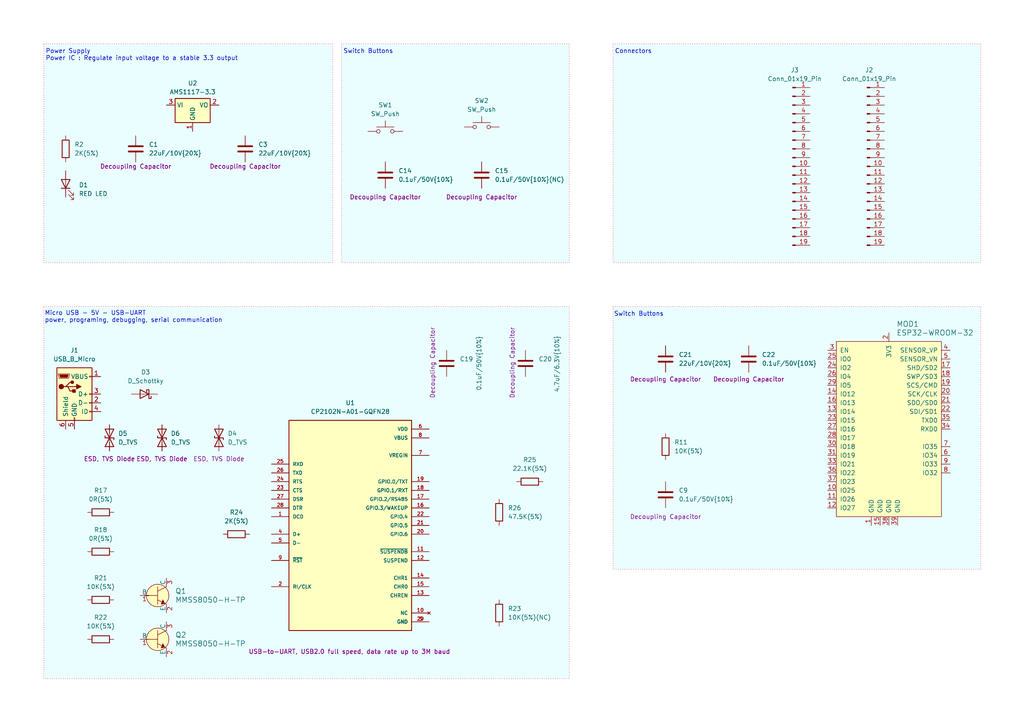
<source format=kicad_sch>
(kicad_sch (version 20231120) (generator "eeschema") (generator_version "8.0")
  (paper "A4")
  (title_block (title "ESP32 Dev Borad") (date "2024-02-29") (rev "1"))
  (lib_symbols
    (symbol "CP2102N-A01-GQFN28:CP2102N-A01-GQFN28" (pin_names (offset 1.016))
      (property "Reference" "U" (at -17.8368 31.0839 0))
      (property "Value" "CP2102N-A01-GQFN28" (at -17.8088 -31.041 0))
      (symbol "CP2102N-A01-GQFN28_0_0"
        (rectangle (start -17.78 -30.48) (end 17.78 30.48) (stroke (width 0.254)) (fill (type background)))
        (pin input line (at -22.86 2.54 0) (length 5.08) (name "DCD") (number "1"))
        (pin no_connect line (at 22.86 -25.4 180) (length 5.08) (name "NC") (number "10"))
        (pin output line (at 22.86 -7.62 180) (length 5.08) (name "~{SUSPENDB}") (number "11"))
        (pin output line (at 22.86 -10.16 180) (length 5.08) (name "SUSPEND") (number "12"))
        (pin output line (at 22.86 -20.32 180) (length 5.08) (name "CHREN") (number "13"))
        (pin output line (at 22.86 -15.24 180) (length 5.08) (name "CHR1") (number "14"))
        (pin output line (at 22.86 -17.78 180) (length 5.08) (name "CHR0") (number "15"))
        (pin bidirectional line (at 22.86 5.08 180) (length 5.08) (name "GPIO.3/WAKEUP") (number "16"))
        (pin bidirectional line (at 22.86 7.62 180) (length 5.08) (name "GPIO.2/RS485") (number "17"))
        (pin bidirectional line (at 22.86 10.16 180) (length 5.08) (name "GPIO.1/RXT") (number "18"))
        (pin bidirectional line (at 22.86 12.7 180) (length 5.08) (name "GPIO.0/TXT") (number "19"))
        (pin bidirectional line (at -22.86 -17.78 0) (length 5.08) (name "RI/CLK") (number "2"))
        (pin bidirectional line (at 22.86 -2.54 180) (length 5.08) (name "GPIO.6") (number "20"))
        (pin bidirectional line (at 22.86 0 180) (length 5.08) (name "GPIO.5") (number "21"))
        (pin bidirectional line (at 22.86 2.54 180) (length 5.08) (name "GPIO.4") (number "22"))
        (pin input line (at -22.86 10.16 0) (length 5.08) (name "CTS") (number "23"))
        (pin output line (at -22.86 12.7 0) (length 5.08) (name "RTS") (number "24"))
        (pin input line (at -22.86 17.78 0) (length 5.08) (name "RXD") (number "25"))
        (pin output line (at -22.86 15.24 0) (length 5.08) (name "TXD") (number "26"))
        (pin input line (at -22.86 7.62 0) (length 5.08) (name "DSR") (number "27"))
        (pin output line (at -22.86 5.08 0) (length 5.08) (name "DTR") (number "28"))
        (pin power_in line (at 22.86 -27.94 180) (length 5.08) (name "GND") (number "29"))
        (pin power_in line (at 22.86 -27.94 180) (length 5.08) (name "GND") (number "3"))
        (pin bidirectional line (at -22.86 -2.54 0) (length 5.08) (name "D+") (number "4"))
        (pin bidirectional line (at -22.86 -5.08 0) (length 5.08) (name "D-") (number "5"))
        (pin power_in line (at 22.86 27.94 180) (length 5.08) (name "VDD") (number "6"))
        (pin power_in line (at 22.86 20.32 180) (length 5.08) (name "VREGIN") (number "7"))
        (pin power_in line (at 22.86 25.4 180) (length 5.08) (name "VBUS") (number "8"))
        (pin input line (at -22.86 -10.16 0) (length 5.08) (name "~{RST}") (number "9"))
      )
    )
    (symbol "Connector:Conn_01x19_Pin" (pin_names (offset 1.016) hide)
      (property "Reference" "J" (at 0 25.4 0))
      (property "Value" "Conn_01x19_Pin" (at 0 -25.4 0))
      (symbol "Conn_01x19_Pin_1_1"
        (polyline (pts (xy 1.27 -22.86) (xy 0.8636 -22.86)) (stroke (width 0.1524)))
        (polyline (pts (xy 1.27 -20.32) (xy 0.8636 -20.32)) (stroke (width 0.1524)))
        (polyline (pts (xy 1.27 -17.78) (xy 0.8636 -17.78)) (stroke (width 0.1524)))
        (polyline (pts (xy 1.27 -15.24) (xy 0.8636 -15.24)) (stroke (width 0.1524)))
        (polyline (pts (xy 1.27 -12.7) (xy 0.8636 -12.7)) (stroke (width 0.1524)))
        (polyline (pts (xy 1.27 -10.16) (xy 0.8636 -10.16)) (stroke (width 0.1524)))
        (polyline (pts (xy 1.27 -7.62) (xy 0.8636 -7.62)) (stroke (width 0.1524)))
        (polyline (pts (xy 1.27 -5.08) (xy 0.8636 -5.08)) (stroke (width 0.1524)))
        (polyline (pts (xy 1.27 -2.54) (xy 0.8636 -2.54)) (stroke (width 0.1524)))
        (polyline (pts (xy 1.27 0) (xy 0.8636 0)) (stroke (width 0.1524)))
        (polyline (pts (xy 1.27 2.54) (xy 0.8636 2.54)) (stroke (width 0.1524)))
        (polyline (pts (xy 1.27 5.08) (xy 0.8636 5.08)) (stroke (width 0.1524)))
        (polyline (pts (xy 1.27 7.62) (xy 0.8636 7.62)) (stroke (width 0.1524)))
        (polyline (pts (xy 1.27 10.16) (xy 0.8636 10.16)) (stroke (width 0.1524)))
        (polyline (pts (xy 1.27 12.7) (xy 0.8636 12.7)) (stroke (width 0.1524)))
        (polyline (pts (xy 1.27 15.24) (xy 0.8636 15.24)) (stroke (width 0.1524)))
        (polyline (pts (xy 1.27 17.78) (xy 0.8636 17.78)) (stroke (width 0.1524)))
        (polyline (pts (xy 1.27 20.32) (xy 0.8636 20.32)) (stroke (width 0.1524)))
        (polyline (pts (xy 1.27 22.86) (xy 0.8636 22.86)) (stroke (width 0.1524)))
        (rectangle (start 0.8636 -22.733) (end 0 -22.987) (stroke (width 0.1524)) (fill (type outline)))
        (rectangle (start 0.8636 -20.193) (end 0 -20.447) (stroke (width 0.1524)) (fill (type outline)))
        (rectangle (start 0.8636 -17.653) (end 0 -17.907) (stroke (width 0.1524)) (fill (type outline)))
        (rectangle (start 0.8636 -15.113) (end 0 -15.367) (stroke (width 0.1524)) (fill (type outline)))
        (rectangle (start 0.8636 -12.573) (end 0 -12.827) (stroke (width 0.1524)) (fill (type outline)))
        (rectangle (start 0.8636 -10.033) (end 0 -10.287) (stroke (width 0.1524)) (fill (type outline)))
        (rectangle (start 0.8636 -7.493) (end 0 -7.747) (stroke (width 0.1524)) (fill (type outline)))
        (rectangle (start 0.8636 -4.953) (end 0 -5.207) (stroke (width 0.1524)) (fill (type outline)))
        (rectangle (start 0.8636 -2.413) (end 0 -2.667) (stroke (width 0.1524)) (fill (type outline)))
        (rectangle (start 0.8636 0.127) (end 0 -0.127) (stroke (width 0.1524)) (fill (type outline)))
        (rectangle (start 0.8636 2.667) (end 0 2.413) (stroke (width 0.1524)) (fill (type outline)))
        (rectangle (start 0.8636 5.207) (end 0 4.953) (stroke (width 0.1524)) (fill (type outline)))
        (rectangle (start 0.8636 7.747) (end 0 7.493) (stroke (width 0.1524)) (fill (type outline)))
        (rectangle (start 0.8636 10.287) (end 0 10.033) (stroke (width 0.1524)) (fill (type outline)))
        (rectangle (start 0.8636 12.827) (end 0 12.573) (stroke (width 0.1524)) (fill (type outline)))
        (rectangle (start 0.8636 15.367) (end 0 15.113) (stroke (width 0.1524)) (fill (type outline)))
        (rectangle (start 0.8636 17.907) (end 0 17.653) (stroke (width 0.1524)) (fill (type outline)))
        (rectangle (start 0.8636 20.447) (end 0 20.193) (stroke (width 0.1524)) (fill (type outline)))
        (rectangle (start 0.8636 22.987) (end 0 22.733) (stroke (width 0.1524)) (fill (type outline)))
        (pin passive line (at 5.08 22.86 180) (length 3.81) (name "Pin_1") (number "1"))
        (pin passive line (at 5.08 0 180) (length 3.81) (name "Pin_10") (number "10"))
        (pin passive line (at 5.08 -2.54 180) (length 3.81) (name "Pin_11") (number "11"))
        (pin passive line (at 5.08 -5.08 180) (length 3.81) (name "Pin_12") (number "12"))
        (pin passive line (at 5.08 -7.62 180) (length 3.81) (name "Pin_13") (number "13"))
        (pin passive line (at 5.08 -10.16 180) (length 3.81) (name "Pin_14") (number "14"))
        (pin passive line (at 5.08 -12.7 180) (length 3.81) (name "Pin_15") (number "15"))
        (pin passive line (at 5.08 -15.24 180) (length 3.81) (name "Pin_16") (number "16"))
        (pin passive line (at 5.08 -17.78 180) (length 3.81) (name "Pin_17") (number "17"))
        (pin passive line (at 5.08 -20.32 180) (length 3.81) (name "Pin_18") (number "18"))
        (pin passive line (at 5.08 -22.86 180) (length 3.81) (name "Pin_19") (number "19"))
        (pin passive line (at 5.08 20.32 180) (length 3.81) (name "Pin_2") (number "2"))
        (pin passive line (at 5.08 17.78 180) (length 3.81) (name "Pin_3") (number "3"))
        (pin passive line (at 5.08 15.24 180) (length 3.81) (name "Pin_4") (number "4"))
        (pin passive line (at 5.08 12.7 180) (length 3.81) (name "Pin_5") (number "5"))
        (pin passive line (at 5.08 10.16 180) (length 3.81) (name "Pin_6") (number "6"))
        (pin passive line (at 5.08 7.62 180) (length 3.81) (name "Pin_7") (number "7"))
        (pin passive line (at 5.08 5.08 180) (length 3.81) (name "Pin_8") (number "8"))
        (pin passive line (at 5.08 2.54 180) (length 3.81) (name "Pin_9") (number "9"))
      )
    )
    (symbol "Connector:USB_B_Micro" (pin_names (offset 1.016))
      (property "Reference" "J" (at -5.08 11.43 0))
      (property "Value" "USB_B_Micro" (at -5.08 8.89 0))
      (symbol "USB_B_Micro_0_1"
        (rectangle (start -5.08 -7.62) (end 5.08 7.62) (stroke (width 0.254)) (fill (type background)))
        (circle (center -3.81 2.159) (radius 0.635) (stroke (width 0.254)) (fill (type outline)))
        (circle (center -0.635 3.429) (radius 0.381) (stroke (width 0.254)) (fill (type outline)))
        (rectangle (start -0.127 -7.62) (end 0.127 -6.858))
        (polyline (pts (xy -1.905 2.159) (xy 0.635 2.159)) (stroke (width 0.254)))
        (polyline (pts (xy -3.175 2.159) (xy -2.54 2.159) (xy -1.27 3.429) (xy -0.635 3.429)) (stroke (width 0.254)))
        (polyline (pts (xy -2.54 2.159) (xy -1.905 2.159) (xy -1.27 0.889) (xy 0 0.889)) (stroke (width 0.254)))
        (polyline (pts (xy 0.635 2.794) (xy 0.635 1.524) (xy 1.905 2.159) (xy 0.635 2.794)) (stroke (width 0.254)) (fill (type outline)))
        (polyline (pts (xy -4.318 5.588) (xy -1.778 5.588) (xy -2.032 4.826) (xy -4.064 4.826) (xy -4.318 5.588)) (fill (type outline)))
        (polyline (pts (xy -4.699 5.842) (xy -4.699 5.588) (xy -4.445 4.826) (xy -4.445 4.572) (xy -1.651 4.572) (xy -1.651 4.826) (xy -1.397 5.588) (xy -1.397 5.842) (xy -4.699 5.842)))
        (rectangle (start 0.254 1.27) (end -0.508 0.508) (stroke (width 0.254)) (fill (type outline)))
        (rectangle (start 5.08 -5.207) (end 4.318 -4.953))
        (rectangle (start 5.08 -2.667) (end 4.318 -2.413))
        (rectangle (start 5.08 -0.127) (end 4.318 0.127))
        (rectangle (start 5.08 4.953) (end 4.318 5.207))
      )
      (symbol "USB_B_Micro_1_1"
        (pin power_out line (at 7.62 5.08 180) (length 2.54) (name "VBUS") (number "1"))
        (pin bidirectional line (at 7.62 -2.54 180) (length 2.54) (name "D-") (number "2"))
        (pin bidirectional line (at 7.62 0 180) (length 2.54) (name "D+") (number "3"))
        (pin passive line (at 7.62 -5.08 180) (length 2.54) (name "ID") (number "4"))
        (pin power_out line (at 0 -10.16 90) (length 2.54) (name "GND") (number "5"))
        (pin passive line (at -2.54 -10.16 90) (length 2.54) (name "Shield") (number "6"))
      )
    )
    (symbol "Device:C" (pin_numbers hide) (pin_names (offset 0.254))
      (property "Reference" "C" (at 0.635 2.54 0))
      (property "Value" "C" (at 0.635 -2.54 0))
      (symbol "C_0_1"
        (polyline (pts (xy -2.032 -0.762) (xy 2.032 -0.762)) (stroke (width 0.508)))
        (polyline (pts (xy -2.032 0.762) (xy 2.032 0.762)) (stroke (width 0.508)))
      )
      (symbol "C_1_1"
        (pin passive line (at 0 3.81 270) (length 2.794) (name "~") (number "1"))
        (pin passive line (at 0 -3.81 90) (length 2.794) (name "~") (number "2"))
      )
    )
    (symbol "Device:D_Schottky" (pin_numbers hide) (pin_names (offset 1.016) hide)
      (property "Reference" "D" (at 0 2.54 0))
      (property "Value" "D_Schottky" (at 0 -2.54 0))
      (symbol "D_Schottky_0_1"
        (polyline (pts (xy 1.27 0) (xy -1.27 0)))
        (polyline (pts (xy 1.27 1.27) (xy 1.27 -1.27) (xy -1.27 0) (xy 1.27 1.27)) (stroke (width 0.254)))
        (polyline (pts (xy -1.905 0.635) (xy -1.905 1.27) (xy -1.27 1.27) (xy -1.27 -1.27) (xy -0.635 -1.27) (xy -0.635 -0.635)) (stroke (width 0.254)))
      )
      (symbol "D_Schottky_1_1"
        (pin passive line (at -3.81 0 0) (length 2.54) (name "K") (number "1"))
        (pin passive line (at 3.81 0 180) (length 2.54) (name "A") (number "2"))
      )
    )
    (symbol "Device:D_TVS" (pin_numbers hide) (pin_names (offset 1.016) hide)
      (property "Reference" "D" (at 0 2.54 0))
      (property "Value" "D_TVS" (at 0 -2.54 0))
      (symbol "D_TVS_0_1"
        (polyline (pts (xy 1.27 0) (xy -1.27 0)))
        (polyline (pts (xy 0.508 1.27) (xy 0 1.27) (xy 0 -1.27) (xy -0.508 -1.27)) (stroke (width 0.254)))
        (polyline (pts (xy -2.54 1.27) (xy -2.54 -1.27) (xy 2.54 1.27) (xy 2.54 -1.27) (xy -2.54 1.27)) (stroke (width 0.254)))
      )
      (symbol "D_TVS_1_1"
        (pin passive line (at -3.81 0 0) (length 2.54) (name "A1") (number "1"))
        (pin passive line (at 3.81 0 180) (length 2.54) (name "A2") (number "2"))
      )
    )
    (symbol "Device:LED" (pin_numbers hide) (pin_names (offset 1.016) hide)
      (property "Reference" "D" (at 0 2.54 0))
      (property "Value" "LED" (at 0 -2.54 0))
      (symbol "LED_0_1"
        (polyline (pts (xy -1.27 -1.27) (xy -1.27 1.27)) (stroke (width 0.254)))
        (polyline (pts (xy -1.27 0) (xy 1.27 0)))
        (polyline (pts (xy 1.27 -1.27) (xy 1.27 1.27) (xy -1.27 0) (xy 1.27 -1.27)) (stroke (width 0.254)))
        (polyline (pts (xy -3.048 -0.762) (xy -4.572 -2.286) (xy -3.81 -2.286) (xy -4.572 -2.286) (xy -4.572 -1.524)))
        (polyline (pts (xy -1.778 -0.762) (xy -3.302 -2.286) (xy -2.54 -2.286) (xy -3.302 -2.286) (xy -3.302 -1.524)))
      )
      (symbol "LED_1_1"
        (pin passive line (at -3.81 0 0) (length 2.54) (name "K") (number "1"))
        (pin passive line (at 3.81 0 180) (length 2.54) (name "A") (number "2"))
      )
    )
    (symbol "Device:R" (pin_numbers hide) (pin_names (offset 0))
      (property "Reference" "R" (at 2.032 0 90))
      (property "Value" "R" (at 0 0 90))
      (symbol "R_0_1"
        (rectangle (start -1.016 -2.54) (end 1.016 2.54) (stroke (width 0.254)))
      )
      (symbol "R_1_1"
        (pin passive line (at 0 3.81 270) (length 1.27) (name "~") (number "1"))
        (pin passive line (at 0 -3.81 90) (length 1.27) (name "~") (number "2"))
      )
    )
    (symbol "Regulator_Linear:AMS1117-3.3"
      (property "Reference" "U" (at -3.81 3.175 0))
      (property "Value" "AMS1117-3.3" (at 0 3.175 0))
      (symbol "AMS1117-3.3_0_1"
        (rectangle (start -5.08 -5.08) (end 5.08 1.905) (stroke (width 0.254)) (fill (type background)))
      )
      (symbol "AMS1117-3.3_1_1"
        (pin power_in line (at 0 -7.62 90) (length 2.54) (name "GND") (number "1"))
        (pin power_out line (at 7.62 0 180) (length 2.54) (name "VO") (number "2"))
        (pin power_in line (at -7.62 0 0) (length 2.54) (name "VI") (number "3"))
      )
    )
    (symbol "Switch:SW_Push" (pin_numbers hide) (pin_names (offset 1.016) hide)
      (property "Reference" "SW" (at 1.27 2.54 0))
      (property "Value" "SW_Push" (at 0 -1.524 0))
      (symbol "SW_Push_0_1"
        (circle (center -2.032 0) (radius 0.508))
        (polyline (pts (xy 0 1.27) (xy 0 3.048)))
        (polyline (pts (xy 2.54 1.27) (xy -2.54 1.27)))
        (circle (center 2.032 0) (radius 0.508))
        (pin passive line (at -5.08 0 0) (length 2.54) (name "1") (number "1"))
        (pin passive line (at 5.08 0 180) (length 2.54) (name "2") (number "2"))
      )
    )
    (symbol "dk_RF-Transceiver-Modules:ESP32-WROOM-32" (pin_names (offset 1.016))
      (property "Reference" "MOD" (at -10.16 1.27 0))
      (property "Value" "ESP32-WROOM-32" (at 5.08 -25.4 90))
      (symbol "ESP32-WROOM-32_0_1"
        (rectangle (start -10.16 0) (end 20.32 -50.8) (fill (type background)))
      )
      (symbol "ESP32-WROOM-32_1_1"
        (pin power_in line (at 0 -53.34 90) (length 2.54) (name "GND") (number "1"))
        (pin bidirectional line (at -12.7 -43.18 0) (length 2.54) (name "IO25") (number "10"))
        (pin bidirectional line (at -12.7 -45.72 0) (length 2.54) (name "IO26") (number "11"))
        (pin bidirectional line (at -12.7 -48.26 0) (length 2.54) (name "IO27") (number "12"))
        (pin bidirectional line (at -12.7 -20.32 0) (length 2.54) (name "IO14") (number "13"))
        (pin bidirectional line (at -12.7 -15.24 0) (length 2.54) (name "IO12") (number "14"))
        (pin power_in line (at 2.54 -53.34 90) (length 2.54) (name "GND") (number "15"))
        (pin bidirectional line (at -12.7 -17.78 0) (length 2.54) (name "IO13") (number "16"))
        (pin bidirectional line (at 22.86 -7.62 180) (length 2.54) (name "SHD/SD2") (number "17"))
        (pin bidirectional line (at 22.86 -10.16 180) (length 2.54) (name "SWP/SD3") (number "18"))
        (pin bidirectional line (at 22.86 -12.7 180) (length 2.54) (name "SCS/CMD") (number "19"))
        (pin power_in line (at 5.08 2.54 270) (length 2.54) (name "3V3") (number "2"))
        (pin bidirectional line (at 22.86 -15.24 180) (length 2.54) (name "SCK/CLK") (number "20"))
        (pin bidirectional line (at 22.86 -17.78 180) (length 2.54) (name "SDO/SD0") (number "21"))
        (pin bidirectional line (at 22.86 -20.32 180) (length 2.54) (name "SDI/SD1") (number "22"))
        (pin bidirectional line (at -12.7 -22.86 0) (length 2.54) (name "IO15") (number "23"))
        (pin bidirectional line (at -12.7 -7.62 0) (length 2.54) (name "IO2") (number "24"))
        (pin bidirectional line (at -12.7 -5.08 0) (length 2.54) (name "IO0") (number "25"))
        (pin bidirectional line (at -12.7 -10.16 0) (length 2.54) (name "IO4") (number "26"))
        (pin bidirectional line (at -12.7 -25.4 0) (length 2.54) (name "IO16") (number "27"))
        (pin bidirectional line (at -12.7 -27.94 0) (length 2.54) (name "IO17") (number "28"))
        (pin bidirectional line (at -12.7 -12.7 0) (length 2.54) (name "IO5") (number "29"))
        (pin input line (at -12.7 -2.54 0) (length 2.54) (name "EN") (number "3"))
        (pin bidirectional line (at -12.7 -30.48 0) (length 2.54) (name "IO18") (number "30"))
        (pin bidirectional line (at -12.7 -33.02 0) (length 2.54) (name "IO19") (number "31"))
        (pin no_connect line (at 20.32 -43.18 180) (length 2.54) hide (name "NC") (number "32"))
        (pin bidirectional line (at -12.7 -35.56 0) (length 2.54) (name "IO21") (number "33"))
        (pin bidirectional line (at 22.86 -25.4 180) (length 2.54) (name "RXD0") (number "34"))
        (pin bidirectional line (at 22.86 -22.86 180) (length 2.54) (name "TXD0") (number "35"))
        (pin bidirectional line (at -12.7 -38.1 0) (length 2.54) (name "IO22") (number "36"))
        (pin bidirectional line (at -12.7 -40.64 0) (length 2.54) (name "IO23") (number "37"))
        (pin power_in line (at 5.08 -53.34 90) (length 2.54) (name "GND") (number "38"))
        (pin power_in line (at 7.62 -53.34 90) (length 2.54) (name "GND") (number "39"))
        (pin input line (at 22.86 -2.54 180) (length 2.54) (name "SENSOR_VP") (number "4"))
        (pin input line (at 22.86 -5.08 180) (length 2.54) (name "SENSOR_VN") (number "5"))
        (pin bidirectional line (at 22.86 -33.02 180) (length 2.54) (name "IO34") (number "6"))
        (pin bidirectional line (at 22.86 -30.48 180) (length 2.54) (name "IO35") (number "7"))
        (pin bidirectional line (at 22.86 -38.1 180) (length 2.54) (name "IO32") (number "8"))
        (pin bidirectional line (at 22.86 -35.56 180) (length 2.54) (name "IO33") (number "9"))
      )
    )
    (symbol "dk_Transistors-Bipolar-BJT-Single:MMSS8050-H-TP" (pin_names (offset 0))
      (property "Reference" "Q" (at -3.2004 4.2164 0))
      (property "Value" "MMSS8050-H-TP" (at 5.2324 0 90))
      (symbol "MMSS8050-H-TP_0_1"
        (polyline (pts (xy -3.81 0) (xy -2.54 0)))
        (polyline (pts (xy -3.556 0) (xy 0 0)))
        (polyline (pts (xy 0 -1.27) (xy 2.54 -2.54)))
        (polyline (pts (xy 0 1.27) (xy 2.54 2.54)))
        (polyline (pts (xy 0 2.54) (xy 0 -2.54)))
        (polyline (pts (xy 1.524 -1.27) (xy 2.032 -2.286) (xy 1.016 -2.54) (xy 1.524 -1.27)) (fill (type outline)))
        (circle (center 0 0) (radius 3.2512) (fill (type background)))
      )
      (symbol "MMSS8050-H-TP_1_1"
        (pin input line (at -5.08 0 0) (length 2.54) (name "B") (number "1"))
        (pin passive line (at 2.54 -5.08 90) (length 2.54) (name "E") (number "2"))
        (pin passive line (at 2.54 5.08 270) (length 2.54) (name "C") (number "3"))
      )
    )
  )
  (rectangle (start 12.7 12.7) (end 96.52 76.2) (stroke (width 0) (type dot) (color 255 0 26 1)) (fill (type color) (color 106 244 252 0.14)))
  (rectangle (start 177.8 88.9) (end 284.48 165.1) (stroke (width 0) (type dot) (color 255 0 26 1)) (fill (type color) (color 106 244 252 0.14)))
  (rectangle (start 12.7 88.9) (end 165.1 196.85) (stroke (width 0) (type dot) (color 255 0 26 1)) (fill (type color) (color 106 244 252 0.14)))
  (rectangle (start 177.8 12.7) (end 284.48 76.2) (stroke (width 0) (type dot) (color 255 0 26 1)) (fill (type color) (color 106 244 252 0.14)))
  (rectangle (start 99.06 12.7) (end 165.1 76.2) (stroke (width 0) (type dot) (color 255 0 26 1)) (fill (type color) (color 106 244 252 0.14)))
  (text "Power Supply\nPower IC : Regulate input voltage to a stable 3.3 output" (at 13.208 14.224 0) (effects (font (size 1.27 1.27)) (justify left top)))
  (text "Switch Buttons" (at 99.568 14.224 0) (effects (font (size 1.27 1.27)) (justify left top)))
  (text "Switch Buttons" (at 178.054 90.424 0) (effects (font (size 1.27 1.27)) (justify left top)))
  (text "Micro USB - 5V - USB-UART\npower, programing, debugging, serial communication" (at 12.954 91.948 0) (effects (font (size 1.27 1.27)) (justify left)))
  (text "Connectors" (at 178.308 14.224 0) (effects (font (size 1.27 1.27)) (justify left top)))
  (symbol (lib_id "Device:LED") (at 19.05 53.34 90) (unit 1)
    (property "Reference" "D1" (at 22.86 53.6574 90) (effects (justify right)))
    (property "Value" "RED LED" (at 22.86 56.1974 90) (effects (justify right)))
    (property "Footprint" "LED_SMD:LED_0603_1608Metric" (effects (hide yes)))
    (property "Description" "Light emitting diode : Red" (effects (hide yes)))
  )
  (symbol (lib_id "Device:C") (at 39.37 43.18 0) (unit 1)
    (property "Reference" "C1" (at 43.18 41.9099 0) (effects (justify left)))
    (property "Value" "22uF{slash}10V{20%}" (at 43.18 44.4499 0) (effects (justify left)))
    (property "Footprint" "Capacitor_SMD:C_0201_0603Metric" (effects (hide yes)))
    (property "Description" "Unpolarized capacitor" (effects (hide yes)))
    (property "Purpose" "Decoupling Capacitor" (at 39.37 48.26 0))
  )
  (symbol (lib_id "Device:C") (at 217.17 104.14 0) (unit 1)
    (property "Reference" "C22" (at 220.98 102.8699 0) (effects (justify left)))
    (property "Value" "0.1uF/50V{10%}" (at 220.98 105.4099 0) (effects (justify left)))
    (property "Footprint" "Capacitor_SMD:C_01005_0402Metric" (effects (hide yes)))
    (property "Description" "Unpolarized capacitor" (effects (hide yes)))
    (property "Purpose" "Decoupling Capacitor" (at 217.17 109.982 0))
  )
  (symbol (lib_id "Switch:SW_Push") (at 111.76 38.1 0) (unit 1)
    (property "Reference" "SW1" (at 111.76 30.48 0))
    (property "Value" "SW_Push" (at 111.76 33.02 0))
    (property "Footprint" "Button_Switch_SMD:SW_SPST_TL3305A" (effects (hide yes)))
    (property "Description" "Push button switch, generic, two pins" (effects (hide yes)))
  )
  (symbol (lib_id "Connector:Conn_01x19_Pin") (at 229.87 48.26 0) (unit 1)
    (property "Reference" "J3" (at 230.505 20.32 0))
    (property "Value" "Conn_01x19_Pin" (at 230.505 22.86 0))
    (property "Footprint" "Connector_PinHeader_2.54mm:PinHeader_1x19_P2.54mm_Vertical" (effects (hide yes)))
    (property "Description" "Generic connector, single row, 01x19, script generated" (effects (hide yes)))
  )
  (symbol (lib_id "Device:R") (at 29.21 148.59 90) (unit 1)
    (property "Reference" "R17" (at 29.21 142.24 90))
    (property "Value" "0R(5%)" (at 29.21 144.78 90))
    (property "Footprint" "Resistor_SMD:R_01005_0402Metric" (effects (hide yes)))
    (property "Description" "Resistor (Chip Resistors)" (effects (hide yes)))
  )
  (symbol (lib_id "Device:R") (at 29.21 173.99 90) (unit 1)
    (property "Reference" "R21" (at 29.21 167.64 90))
    (property "Value" "10K(5%)" (at 29.21 170.18 90))
    (property "Footprint" "Resistor_SMD:R_01005_0402Metric" (effects (hide yes)))
    (property "Description" "Resistor" (effects (hide yes)))
  )
  (symbol (lib_id "Device:C") (at 71.12 43.18 0) (unit 1)
    (property "Reference" "C3" (at 74.93 41.9099 0) (effects (justify left)))
    (property "Value" "22uF{slash}10V{20%}" (at 74.93 44.4499 0) (effects (justify left)))
    (property "Footprint" "Capacitor_SMD:C_0201_0603Metric" (effects (hide yes)))
    (property "Description" "Unpolarized capacitor" (effects (hide yes)))
    (property "Purpose" "Decoupling Capacitor" (at 71.12 48.26 0))
  )
  (symbol (lib_id "Device:R") (at 144.78 177.8 0) (unit 1)
    (property "Reference" "R23" (at 147.32 176.5299 0) (effects (justify left)))
    (property "Value" "10K(5%)(NC)" (at 147.32 179.0699 0) (effects (justify left)))
    (property "Footprint" "Resistor_SMD:R_01005_0402Metric" (effects (hide yes)))
    (property "Description" "Resistor" (effects (hide yes)))
  )
  (symbol (lib_id "Device:C") (at 152.4 105.41 0) (unit 1)
    (property "Reference" "C20" (at 156.21 104.1399 0) (effects (justify left)))
    (property "Value" "4.7uF/6.3V{10%}" (at 161.544 113.792 90) (effects (justify left)))
    (property "Footprint" "Capacitor_SMD:C_01005_0402Metric" (effects (hide yes)))
    (property "Description" "Unpolarized capacitor" (effects (hide yes)))
    (property "Purpose" "Decoupling Capacitor" (at 148.59 105.156 90))
  )
  (symbol (lib_id "Device:R") (at 193.04 129.54 0) (unit 1)
    (property "Reference" "R11" (at 195.58 128.2699 0) (effects (justify left)))
    (property "Value" "10K(5%)" (at 195.58 130.8099 0) (effects (justify left)))
    (property "Footprint" "Resistor_SMD:R_01005_0402Metric" (effects (hide yes)))
    (property "Description" "Resistor" (effects (hide yes)))
  )
  (symbol (lib_id "Device:R") (at 29.21 160.02 90) (unit 1)
    (property "Reference" "R18" (at 29.21 153.67 90))
    (property "Value" "0R(5%)" (at 29.21 156.21 90))
    (property "Footprint" "Resistor_SMD:R_01005_0402Metric" (effects (hide yes)))
    (property "Description" "Resistor (Chip Resistors)" (effects (hide yes)))
  )
  (symbol (lib_id "Connector:USB_B_Micro") (at 21.59 114.3 0) (unit 1)
    (property "Reference" "J1" (at 21.59 101.6 0))
    (property "Value" "USB_B_Micro" (at 21.59 104.14 0))
    (property "Footprint" "Connector_USB:USB_Micro-AB_Molex_47590-0001" (effects (hide yes)))
    (property "Description" "USB Micro Type B connector" (effects (hide yes)))
  )
  (symbol (lib_id "Connector:Conn_01x19_Pin") (at 251.46 48.26 0) (unit 1)
    (property "Reference" "J2" (at 252.095 20.32 0))
    (property "Value" "Conn_01x19_Pin" (at 252.095 22.86 0))
    (property "Footprint" "Connector_PinHeader_2.54mm:PinHeader_1x19_P2.54mm_Vertical" (effects (hide yes)))
    (property "Description" "Generic connector, single row, 01x19, script generated" (effects (hide yes)))
  )
  (symbol (lib_id "Device:C") (at 193.04 143.51 0) (unit 1)
    (property "Reference" "C9" (at 196.85 142.2399 0) (effects (justify left)))
    (property "Value" "0.1uF/50V{10%}" (at 196.85 144.7799 0) (effects (justify left)))
    (property "Footprint" "Capacitor_SMD:C_01005_0402Metric" (effects (hide yes)))
    (property "Description" "Unpolarized capacitor" (effects (hide yes)))
    (property "Purpose" "Decoupling Capacitor" (at 193.04 149.86 0))
  )
  (symbol (lib_id "Device:R") (at 68.58 154.94 90) (unit 1)
    (property "Reference" "R24" (at 68.58 148.59 90))
    (property "Value" "2K(5%)" (at 68.58 151.13 90))
    (property "Footprint" "Resistor_SMD:R_01005_0402Metric" (effects (hide yes)))
    (property "Description" "Resistor" (effects (hide yes)))
  )
  (symbol (lib_id "dk_RF-Transceiver-Modules:ESP32-WROOM-32") (at 252.73 99.06 0) (unit 1)
    (property "Reference" "MOD1" (at 260.0041 93.98 0) (effects (font (size 1.524 1.524)) (justify left)))
    (property "Value" "ESP32-WROOM-32" (at 260.0041 96.52 0) (effects (font (size 1.524 1.524)) (justify left)))
    (property "Footprint" "digikey-footprints:ESP32-WROOM-32D" (effects (hide yes)))
    (property "Datasheet" "https://www.espressif.com/sites/default/files/documentation/esp32-wroom-32_datasheet_en.pdf" (effects (hide yes)))
    (property "Description" "SMD MODULE, ESP32-D0WDQ6, 32MBIT" (effects (hide yes)))
    (property "MPN" "ESP32-WROOM-32" (effects (hide yes)))
    (property "Category" "RF/IF and RFID" (effects (hide yes)))
    (property "Family" "RF Transceiver Modules" (effects (hide yes)))
    (property "DK_Datasheet_Link" "https://www.espressif.com/sites/default/files/documentation/esp32-wroom-32_datasheet_en.pdf" (effects (hide yes)))
    (property "DK_Detail_Page" "/product-detail/en/espressif-systems/ESP32-WROOM-32/1904-1010-1-ND/8544305" (effects (hide yes)))
    (property "Manufacturer" "Espressif Systems" (effects (hide yes)))
    (property "Status" "Active" (effects (hide yes)))
  )
  (symbol (lib_id "Device:D_Schottky") (at 41.91 114.3 180) (unit 1)
    (property "Reference" "D3" (at 42.2275 107.95 0))
    (property "Value" "D_Schottky" (at 42.2275 110.49 0))
    (property "Footprint" "Diode_SMD:D_SOD-323" (effects (hide yes)))
    (property "Description" "Schottky diode" (effects (hide yes)))
  )
  (symbol (lib_id "CP2102N-A01-GQFN28:CP2102N-A01-GQFN28") (at 101.6 152.4 0) (unit 1)
    (property "Reference" "U1" (at 101.6 116.84 0))
    (property "Value" "CP2102N-A01-GQFN28" (at 101.6 119.38 0))
    (property "Footprint" "CP2102N-A01-GQFN28:QFN50P500X500X80-29N" (effects (hide yes)))
    (property "MF" "Silicon Labs" (effects (hide yes)))
    (property "MAXIMUM_PACKAGE_HEIGHT" "0.8mm" (effects (hide yes)))
    (property "Package" "QFN-28 Silicon Labs" (effects (hide yes)))
    (property "Price" "None" (effects (hide yes)))
    (property "Check_prices" "https://www.snapeda.com/parts/CP2102N-A01-GQFN28/Silicon+Labs/view-part/?ref=eda" (effects (hide yes)))
    (property "STANDARD" "IPC 7351B" (effects (hide yes)))
    (property "PARTREV" "1.0" (effects (hide yes)))
    (property "SnapEDA_Link" "https://www.snapeda.com/parts/CP2102N-A01-GQFN28/Silicon+Labs/view-part/?ref=snap" (effects (hide yes)))
    (property "MP" "CP2102N-A01-GQFN28" (effects (hide yes)))
    (property "Description_1" "\nUSB Bridge, USB to UART USB 2.0 UART Interface 28-QFN (5x5)\n" (effects (hide yes)))
    (property "Availability" "In Stock" (effects (hide yes)))
    (property "MANUFACTURER" "SILICON LABS" (effects (hide yes)))
    (property "Purpose" "USB-to-UART, USB2.0 full speed, data rate up to 3M baud" (at 101.346 188.976 0))
  )
  (symbol (lib_id "Device:C") (at 193.04 104.14 0) (unit 1)
    (property "Reference" "C21" (at 196.85 102.8699 0) (effects (justify left)))
    (property "Value" "22uF{slash}10V{20%}" (at 196.85 105.4099 0) (effects (justify left)))
    (property "Footprint" "Capacitor_SMD:C_0201_0603Metric" (effects (hide yes)))
    (property "Description" "Unpolarized capacitor" (effects (hide yes)))
    (property "Purpose" "Decoupling Capacitor" (at 193.04 109.982 0))
  )
  (symbol (lib_id "Device:R") (at 19.05 43.18 0) (unit 1)
    (property "Reference" "R2" (at 21.59 41.9099 0) (effects (justify left)))
    (property "Value" "2K(5%)" (at 21.59 44.4499 0) (effects (justify left)))
    (property "Footprint" "Resistor_SMD:R_01005_0402Metric" (effects (hide yes)))
    (property "Description" "Resistor" (effects (hide yes)))
  )
  (symbol (lib_id "Device:D_TVS") (at 63.5 127 90) (unit 1)
    (property "Reference" "D4" (at 66.04 125.7299 90) (effects (justify right)))
    (property "Value" "D_TVS" (at 66.04 128.2699 90) (effects (justify right)))
    (property "Footprint" "Diode_SMD:D_SOD-523" (effects (hide yes)))
    (property "Description" "Bidirectional transient-voltage-suppression diode" (effects (hide yes)))
    (property "Purpose" "ESD, TVS Diode" (at 63.5 133.096 90))
  )
  (symbol (lib_id "Device:R") (at 29.21 185.42 90) (unit 1)
    (property "Reference" "R22" (at 29.21 179.07 90))
    (property "Value" "10K(5%)" (at 29.21 181.61 90))
    (property "Footprint" "Resistor_SMD:R_01005_0402Metric" (effects (hide yes)))
    (property "Description" "Resistor" (effects (hide yes)))
  )
  (symbol (lib_id "dk_Transistors-Bipolar-BJT-Single:MMSS8050-H-TP") (at 45.72 172.72 0) (unit 1)
    (property "Reference" "Q1" (at 50.8 171.4499 0) (effects (font (size 1.524 1.524)) (justify left)))
    (property "Value" "MMSS8050-H-TP" (at 50.8 173.9899 0) (effects (font (size 1.524 1.524)) (justify left)))
    (property "Footprint" "digikey-footprints:SOT-23-3" (effects (hide yes)))
    (property "Datasheet" "https://www.mccsemi.com/pdf/Products/MMSS8050(SOT-23).pdf" (effects (hide yes)))
    (property "Description" "TRANS NPN 25V 1.5A SOT23" (effects (hide yes)))
    (property "MPN" "MMSS8050-H-TP" (effects (hide yes)))
    (property "Category" "Discrete Semiconductor Products" (effects (hide yes)))
    (property "Family" "Transistors - Bipolar (BJT) - Single" (effects (hide yes)))
    (property "DK_Datasheet_Link" "https://www.mccsemi.com/pdf/Products/MMSS8050(SOT-23).pdf" (effects (hide yes)))
    (property "DK_Detail_Page" "/product-detail/en/micro-commercial-co/MMSS8050-H-TP/MMSS8050-H-TPMSCT-ND/2825945" (effects (hide yes)))
    (property "Manufacturer" "Micro Commercial Co" (effects (hide yes)))
    (property "Status" "Active" (effects (hide yes)))
  )
  (symbol (lib_id "Device:R") (at 144.78 148.59 180) (unit 1)
    (property "Reference" "R26" (at 147.32 147.3199 0) (effects (justify right)))
    (property "Value" "47.5K(5%)" (at 147.32 149.8599 0) (effects (justify right)))
    (property "Footprint" "Resistor_SMD:R_01005_0402Metric" (effects (hide yes)))
    (property "Description" "Resistor (Chip Resistors)" (effects (hide yes)))
  )
  (symbol (lib_id "Device:C") (at 139.7 50.8 0) (unit 1)
    (property "Reference" "C15" (at 143.51 49.5299 0) (effects (justify left)))
    (property "Value" "0.1uF/50V{10%}(NC)" (at 143.51 52.0699 0) (effects (justify left)))
    (property "Footprint" "Capacitor_SMD:C_01005_0402Metric" (effects (hide yes)))
    (property "Description" "Unpolarized capacitor" (effects (hide yes)))
    (property "Purpose" "Decoupling Capacitor" (at 139.7 57.15 0))
  )
  (symbol (lib_id "Device:R") (at 153.67 139.7 90) (unit 1)
    (property "Reference" "R25" (at 153.67 133.35 90))
    (property "Value" "22.1K(5%)" (at 153.67 135.89 90))
    (property "Footprint" "Resistor_SMD:R_01005_0402Metric" (effects (hide yes)))
    (property "Description" "Resistor (Chip Resistors)" (effects (hide yes)))
  )
  (symbol (lib_id "Switch:SW_Push") (at 139.7 36.83 0) (unit 1)
    (property "Reference" "SW2" (at 139.7 29.21 0))
    (property "Value" "SW_Push" (at 139.7 31.75 0))
    (property "Footprint" "Button_Switch_SMD:SW_SPST_TL3305A" (effects (hide yes)))
    (property "Description" "Push button switch, generic, two pins" (effects (hide yes)))
  )
  (symbol (lib_id "Device:C") (at 111.76 50.8 0) (unit 1)
    (property "Reference" "C14" (at 115.57 49.5299 0) (effects (justify left)))
    (property "Value" "0.1uF/50V{10%}" (at 115.57 52.0699 0) (effects (justify left)))
    (property "Footprint" "Capacitor_SMD:C_01005_0402Metric" (effects (hide yes)))
    (property "Description" "Unpolarized capacitor" (effects (hide yes)))
    (property "Purpose" "Decoupling Capacitor" (at 111.76 57.15 0))
  )
  (symbol (lib_id "Device:D_TVS") (at 31.75 127 90) (unit 1)
    (property "Reference" "D5" (at 34.29 125.7299 90) (effects (justify right)))
    (property "Value" "D_TVS" (at 34.29 128.2699 90) (effects (justify right)))
    (property "Footprint" "Diode_SMD:D_SOD-523" (effects (hide yes)))
    (property "Description" "Bidirectional transient-voltage-suppression diode" (effects (hide yes)))
    (property "Purpose" "ESD, TVS Diode" (at 31.75 133.096 90))
  )
  (symbol (lib_id "Regulator_Linear:AMS1117-3.3") (at 55.88 30.48 0) (unit 1)
    (property "Reference" "U2" (at 55.88 24.13 0))
    (property "Value" "AMS1117-3.3" (at 55.88 26.67 0))
    (property "Footprint" "Package_TO_SOT_SMD:SOT-223-3_TabPin2" (effects (hide yes)))
    (property "Datasheet" "http://www.advanced-monolithic.com/pdf/ds1117.pdf" (effects (hide yes)))
    (property "Description" "1A Low Dropout regulator, positive, 3.3V fixed output, SOT-223" (effects (hide yes)))
  )
  (symbol (lib_id "Device:D_TVS") (at 46.99 127 90) (unit 1)
    (property "Reference" "D6" (at 49.53 125.7299 90) (effects (justify right)))
    (property "Value" "D_TVS" (at 49.53 128.2699 90) (effects (justify right)))
    (property "Footprint" "Diode_SMD:D_SOD-523" (effects (hide yes)))
    (property "Description" "Bidirectional transient-voltage-suppression diode" (effects (hide yes)))
    (property "Purpose" "ESD, TVS Diode" (at 46.99 133.096 90))
  )
  (symbol (lib_id "dk_Transistors-Bipolar-BJT-Single:MMSS8050-H-TP") (at 45.72 185.42 0) (unit 1)
    (property "Reference" "Q2" (at 50.8 184.1499 0) (effects (font (size 1.524 1.524)) (justify left)))
    (property "Value" "MMSS8050-H-TP" (at 50.8 186.6899 0) (effects (font (size 1.524 1.524)) (justify left)))
    (property "Footprint" "digikey-footprints:SOT-23-3" (effects (hide yes)))
    (property "Datasheet" "https://www.mccsemi.com/pdf/Products/MMSS8050(SOT-23).pdf" (effects (hide yes)))
    (property "Description" "TRANS NPN 25V 1.5A SOT23" (effects (hide yes)))
    (property "MPN" "MMSS8050-H-TP" (effects (hide yes)))
    (property "Category" "Discrete Semiconductor Products" (effects (hide yes)))
    (property "Family" "Transistors - Bipolar (BJT) - Single" (effects (hide yes)))
    (property "DK_Datasheet_Link" "https://www.mccsemi.com/pdf/Products/MMSS8050(SOT-23).pdf" (effects (hide yes)))
    (property "DK_Detail_Page" "/product-detail/en/micro-commercial-co/MMSS8050-H-TP/MMSS8050-H-TPMSCT-ND/2825945" (effects (hide yes)))
    (property "Manufacturer" "Micro Commercial Co" (effects (hide yes)))
    (property "Status" "Active" (effects (hide yes)))
  )
  (symbol (lib_id "Device:C") (at 129.54 105.41 0) (unit 1)
    (property "Reference" "C19" (at 133.35 104.1399 0) (effects (justify left)))
    (property "Value" "0.1uF/50V{10%}" (at 138.938 113.284 90) (effects (justify left)))
    (property "Footprint" "Capacitor_SMD:C_01005_0402Metric" (effects (hide yes)))
    (property "Description" "Unpolarized capacitor" (effects (hide yes)))
    (property "Purpose" "Decoupling Capacitor" (at 125.476 105.156 90))
  )
)
</source>
